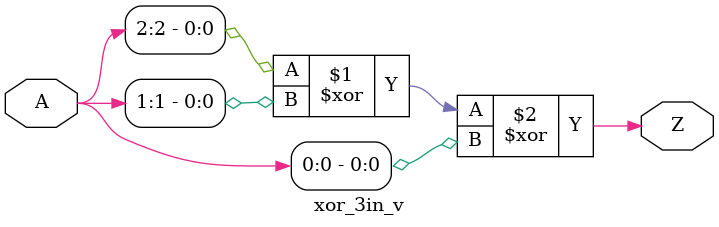
<source format=v>
module xor_3in_v (
  input [2:0] A,
  output Z
  );

  xor(Z, A[2], A[1], A[0]);

endmodule //and_3in_v

</source>
